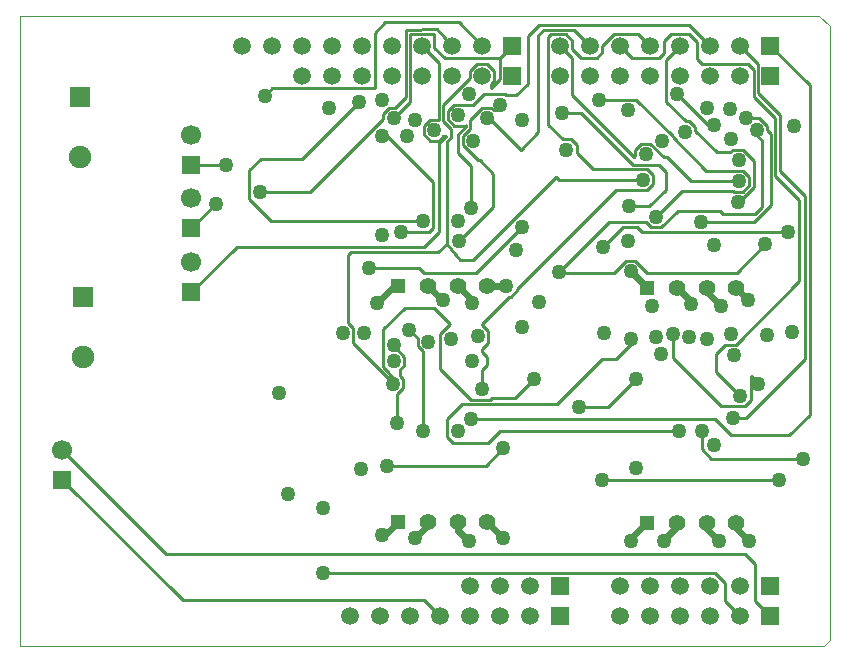
<source format=gbl>
G04 Layer_Physical_Order=4*
G04 Layer_Color=16711680*
%FSLAX44Y44*%
%MOMM*%
G71*
G01*
G75*
%ADD19C,0.2540*%
%ADD20C,0.6096*%
%ADD21C,0.0127*%
%ADD22C,0.0254*%
%ADD23C,1.4000*%
%ADD24R,1.2000X1.2000*%
%ADD25C,1.9000*%
%ADD26R,1.8000X1.8000*%
%ADD27R,1.5000X1.5000*%
%ADD28C,1.5000*%
%ADD29R,1.6000X1.6000*%
%ADD30C,1.7000*%
%ADD31C,1.2700*%
D19*
X1329436Y881888D02*
X1340484D01*
X1347470Y874902D01*
Y871143D02*
X1350430Y868183D01*
X1347470Y871143D02*
Y874902D01*
X1338580Y866902D02*
Y871220D01*
Y866902D02*
X1343159Y862323D01*
X1267460Y865012D02*
X1295542Y836930D01*
X1262290Y848460D02*
X1282710Y828040D01*
X1332230Y824358D02*
Y831722D01*
X1327022Y836930D02*
X1332230Y831722D01*
X1295542Y836930D02*
X1327022D01*
X1323521Y810260D02*
X1336460Y823199D01*
Y845273D01*
X1323112Y810260D02*
X1323521D01*
X1318388Y854710D02*
X1327022D01*
X1336460Y845273D01*
X1275535Y820039D02*
X1318769D01*
X1319658Y819150D01*
X1327022D01*
X1332230Y824358D01*
X1282710Y828040D02*
X1323340D01*
X1316102Y852424D02*
X1318388Y854710D01*
X1304798Y852424D02*
X1316102D01*
X1337310Y800608D02*
X1343159Y806457D01*
X1310132Y800608D02*
X1337310D01*
X1307592Y803148D02*
X1310132Y800608D01*
X1271778Y803148D02*
X1307592D01*
X1336283Y793750D02*
X1350430Y807897D01*
X1291590Y793750D02*
X1336283D01*
X1241372Y784860D02*
X1364742D01*
X1321460Y750316D02*
X1345590Y774446D01*
X1286510Y870712D02*
X1304798Y852424D01*
X1296924Y875792D02*
X1302740D01*
X1350430Y807897D02*
Y868183D01*
X1354240Y832192D02*
Y881468D01*
X1358050Y836764D02*
Y884262D01*
X1343159Y806457D02*
Y862323D01*
X1354240Y832192D02*
X1374140Y812292D01*
X1336040Y899668D02*
X1354240Y881468D01*
X1339850Y902462D02*
X1358050Y884262D01*
X1383284Y629920D02*
Y909066D01*
X1358050Y836764D02*
X1379474Y815340D01*
X1366080Y612716D02*
X1383284Y629920D01*
X1350010Y942340D02*
X1383284Y909066D01*
X1271016Y901700D02*
X1296924Y875792D01*
X1262126Y895096D02*
X1278382Y878840D01*
X1262126Y895096D02*
Y930656D01*
X1278382Y878840D02*
X1281302D01*
X1085850Y852170D02*
X1096772Y841248D01*
X1089660Y866012D02*
X1096010Y872362D01*
Y879982D01*
X1089660Y858648D02*
X1102488Y845820D01*
X1089660Y858648D02*
Y866012D01*
X1085850Y852170D02*
Y867590D01*
X1092200Y873941D02*
Y875158D01*
X1085850Y867590D02*
X1092200Y873941D01*
X1104138Y845820D02*
X1115568Y834390D01*
X1102488Y845820D02*
X1104138D01*
X1096772Y805180D02*
Y841248D01*
X1109980Y878332D02*
X1112520Y880872D01*
X1109980Y878332D02*
Y881380D01*
X1082168Y875030D02*
X1092072D01*
X1092200Y875158D01*
X1082168Y892810D02*
X1098422D01*
X1076960Y887602D02*
X1082168Y892810D01*
X1076960Y880238D02*
Y887602D01*
X1073150Y878660D02*
Y892682D01*
X1069220Y880102D02*
Y928490D01*
X1069212Y880110D02*
X1069220Y880102D01*
X1061848Y880110D02*
X1069212D01*
X1073150Y878660D02*
X1079500Y872309D01*
Y864689D02*
Y872309D01*
X1076452Y861641D02*
X1079500Y864689D01*
X1069212Y862330D02*
X1073150Y866268D01*
X1075690D01*
X1069220Y859798D02*
X1075690Y866268D01*
X1076960Y880238D02*
X1082168Y875030D01*
X1096010Y879982D02*
X1106298Y890270D01*
X1056640Y874902D02*
X1061848Y880110D01*
X1041520Y899654D02*
Y956190D01*
X1032136Y890270D02*
X1041520Y899654D01*
X1027558Y890270D02*
X1032136D01*
X1022350Y885062D02*
X1027558Y890270D01*
X1015238Y907288D02*
Y953516D01*
X1014730Y906780D02*
X1015238Y907288D01*
X928370Y906780D02*
X1014730D01*
X1031240Y881380D02*
X1045330Y895470D01*
X1022350Y880484D02*
Y885062D01*
X960508Y818642D02*
X1022350Y880484D01*
X1115948Y887984D02*
X1121410D01*
X1113662Y890270D02*
X1115948Y887984D01*
X1106298Y890270D02*
X1113662D01*
X1073150Y892682D02*
X1096130Y915662D01*
Y921099D01*
X1113790Y910361D02*
X1116210Y912781D01*
X1113790Y906780D02*
Y910361D01*
X1098422Y892810D02*
X1107312Y901700D01*
X1125092D01*
X1096130Y921099D02*
X1102011Y926980D01*
X1110329D01*
X1116210Y921099D01*
Y912781D02*
Y921099D01*
X1061848Y862330D02*
X1069212D01*
X1056640Y867538D02*
X1061848Y862330D01*
X1056640Y867538D02*
Y874902D01*
X1112520Y880872D02*
X1138682Y854710D01*
X1121410Y887984D02*
Y892810D01*
X1126108Y900684D02*
X1135126D01*
X1125092Y901700D02*
X1126108Y900684D01*
X1153668Y869696D02*
Y951498D01*
X1069220Y785248D02*
Y859798D01*
X1115568Y806376D02*
Y834390D01*
X1113790Y906780D02*
X1121410Y914400D01*
X1076452Y775208D02*
Y861641D01*
X1021080Y866140D02*
X1025398D01*
X1064514Y827024D01*
X1045330Y895470D02*
Y952246D01*
X953516Y846582D02*
X1001776Y894842D01*
X1074420Y932180D02*
X1121410D01*
X1098296Y761238D02*
X1168600Y831542D01*
X1138682Y854710D02*
X1153668Y869696D01*
X1135126Y900684D02*
X1144778Y910336D01*
X1186180Y851620D02*
X1199600Y838200D01*
X1186180Y851620D02*
Y858392D01*
X1180972Y863600D02*
X1186180Y858392D01*
X1174200Y863600D02*
X1180972D01*
X1162170Y875630D02*
X1174200Y863600D01*
X1189990Y885952D02*
X1233932Y842010D01*
X1248538Y859790D02*
X1259868Y848460D01*
X1235710Y849458D02*
Y854582D01*
X1234612Y848360D02*
X1235710Y849458D01*
X1240918Y859790D02*
X1248538D01*
X1259868Y848460D02*
X1262290D01*
X1235710Y854582D02*
X1240918Y859790D01*
X1233932Y842010D02*
X1255776D01*
X1261618Y836168D01*
X1199600Y838200D02*
X1245742D01*
X1250950Y825628D02*
Y832992D01*
X1245742Y838200D02*
X1250950Y832992D01*
X1245742Y820420D02*
X1250950Y825628D01*
X1219288Y820671D02*
X1238127D01*
X1238378Y820420D01*
X1245742D01*
X1170832Y829310D02*
X1242060D01*
X1168600Y831542D02*
X1170832Y829310D01*
X996950Y691040D02*
X1030450Y657540D01*
X1033780Y647441D02*
X1039340Y653001D01*
X1033780Y623570D02*
Y647441D01*
X1036320Y663385D02*
Y668148D01*
Y663385D02*
X1039340Y660366D01*
Y653001D02*
Y660366D01*
X1030450Y656683D02*
Y657540D01*
Y656683D02*
Y661601D01*
X1027000Y665050D02*
X1030450Y661601D01*
X1040130Y671958D02*
Y679322D01*
X1036320Y668148D02*
X1040130Y671958D01*
X1031240Y688212D02*
Y689610D01*
X1044194Y702310D02*
X1051560Y694944D01*
X1031240Y688212D02*
X1040130Y679322D01*
X1022350Y670560D02*
Y702818D01*
Y670560D02*
X1027430Y665480D01*
X992886Y707516D02*
X996950Y703452D01*
Y691040D02*
Y703452D01*
X1022350Y702818D02*
X1040384Y720852D01*
X1051560Y688468D02*
X1055624Y684404D01*
X1051560Y688468D02*
Y694944D01*
X1070610Y669290D02*
Y698372D01*
X1027000Y665050D02*
X1027430Y665480D01*
X992886Y707516D02*
Y765810D01*
X1105916Y706246D02*
X1111250Y700912D01*
Y691134D02*
Y700912D01*
X1105916Y685800D02*
X1111250Y691134D01*
X1105916Y707299D02*
X1128867Y730250D01*
X1105916Y706246D02*
Y707299D01*
Y683386D02*
Y685800D01*
Y683386D02*
X1109980Y679322D01*
Y671958D02*
Y679322D01*
X1070610Y698372D02*
X1078992Y706754D01*
X1055624Y616458D02*
Y684404D01*
X1070610Y669290D02*
X1097026Y642874D01*
X1078992Y706754D02*
Y707136D01*
X1065276Y720852D02*
X1078992Y707136D01*
X1105916Y651764D02*
Y667894D01*
X1097026Y642874D02*
X1113028D01*
X1088898Y639064D02*
X1169162D01*
X1040384Y720852D02*
X1065276D01*
X1105916Y667894D02*
X1109980Y671958D01*
X1114806Y644652D02*
X1133602D01*
X1113028Y642874D02*
X1114806Y644652D01*
X1096772Y626618D02*
X1303206D01*
X1081024Y606552D02*
X1110742D01*
X1120902Y616712D01*
X1272740D01*
X1108964Y586994D02*
X1123950Y601980D01*
X1076452Y626618D02*
X1088898Y639064D01*
X1076452Y611124D02*
Y626618D01*
Y611124D02*
X1081024Y606552D01*
X1374140Y743078D02*
Y812292D01*
X1333500Y663448D02*
X1340046Y656902D01*
X1304290Y681862D02*
X1312038Y689610D01*
X1320672D01*
X1374140Y743078D01*
X1340046Y656217D02*
Y656902D01*
X1304290Y666496D02*
X1324356Y646430D01*
X1318260Y627380D02*
X1329046D01*
X1303206Y626618D02*
X1317109Y612716D01*
X1308100Y637540D02*
X1328292D01*
X1324356Y646430D02*
X1324610D01*
X1328292Y637540D02*
X1333500Y642748D01*
Y663448D01*
X1317109Y612716D02*
X1366080D01*
X1291844Y601472D02*
X1300226Y593090D01*
X1291844Y601472D02*
Y616458D01*
X1329046Y627380D02*
X1379474Y677808D01*
X1267460Y678180D02*
Y698500D01*
Y678180D02*
X1308100Y637540D01*
X1212850Y636778D02*
X1236218Y660146D01*
X1304290Y666496D02*
Y681862D01*
X1231900Y690118D02*
Y694690D01*
X1133602Y644652D02*
X1149858Y660908D01*
X1169162Y639064D02*
X1207516Y677418D01*
X1188466Y636778D02*
X1212850D01*
X1286510Y870712D02*
Y873632D01*
X1281302Y878840D02*
X1286510Y873632D01*
X1237054Y789178D02*
X1241372Y784860D01*
X1364742D02*
X1365250Y785368D01*
X1205230Y896921D02*
X1236551D01*
X1267460Y866012D01*
Y865012D02*
Y866012D01*
X1182310Y900662D02*
X1234612Y848360D01*
X1235582Y760730D02*
X1245996Y750316D01*
X1228218Y760730D02*
X1235582D01*
X1217804Y750316D02*
X1228218Y760730D01*
X1230122Y806958D02*
X1247648D01*
X1253564Y798068D02*
X1275535Y820039D01*
X1249426Y789178D02*
X1257808D01*
X1244854Y793750D02*
X1249426Y789178D01*
X1213358Y793750D02*
X1244854D01*
X1225550Y789178D02*
X1237054D01*
X1208659Y772287D02*
X1225550Y789178D01*
X1257808D02*
X1271778Y803148D01*
X1170686Y750316D02*
X1217804D01*
X1170940Y751332D02*
X1213358Y793750D01*
X1135380Y736763D02*
X1219288Y820671D01*
X1247648Y806958D02*
X1261618Y820928D01*
X1245996Y750316D02*
X1321460D01*
X1086395Y777203D02*
X1115568Y806376D01*
X1064514Y788416D02*
Y827024D01*
X1061466Y785368D02*
X1064514Y788416D01*
X927608Y794258D02*
X1055624D01*
X1069086Y767842D02*
X1076452Y775208D01*
X1064640Y767842D02*
X1069086D01*
X1064132Y768350D02*
X1064640Y767842D01*
X995426Y768350D02*
X1064132D01*
X1056640Y772668D02*
X1069220Y785248D01*
X898398Y772668D02*
X1056640D01*
X1100582Y750570D02*
X1139571Y789559D01*
X1173480Y885952D02*
X1189990D01*
X1135380Y735458D02*
Y736763D01*
X1130172Y730250D02*
X1135380Y735458D01*
X1128867Y730250D02*
X1130172D01*
X1056768Y750570D02*
X1100582D01*
X1052450Y754888D02*
X1056768Y750570D01*
X1055370Y942340D02*
X1069220Y928490D01*
X992886Y765810D02*
X995426Y768350D01*
X1009904Y754888D02*
X1052450D01*
X971111Y496570D02*
X1303020D01*
X1311910Y487680D01*
Y472440D02*
Y487680D01*
Y472440D02*
X1324610Y459740D01*
X859790Y842010D02*
X889374D01*
X1337056Y472694D02*
X1350010Y459740D01*
X1337056Y472694D02*
Y503936D01*
X1328420Y512572D02*
X1337056Y503936D01*
X838708Y512572D02*
X1328420D01*
X750570Y600710D02*
X838708Y512572D01*
X859790Y788035D02*
X880745Y808990D01*
X1281550Y960000D02*
X1299210Y942340D01*
X1153802Y960000D02*
X1281550D01*
X1144778Y950976D02*
X1153802Y960000D01*
X1144778Y910336D02*
Y950976D01*
X750570Y575310D02*
X852424Y473456D01*
X1056894D01*
X1070610Y459740D01*
X1300226Y593090D02*
X1377442D01*
X1207740Y574802D02*
X1357510D01*
X1025652Y586994D02*
X1108964D01*
X1238250Y952500D02*
X1248410Y942340D01*
X1217422Y952500D02*
X1238250D01*
X1207770Y942848D02*
X1217422Y952500D01*
X1207770Y937006D02*
Y942848D01*
X1202944Y932180D02*
X1207770Y937006D01*
X1189990Y932180D02*
X1202944D01*
X1182250Y939920D02*
X1189990Y932180D01*
X1182250Y939920D02*
Y946912D01*
X1176782Y952380D02*
X1182250Y946912D01*
X1164336Y952380D02*
X1176782D01*
X1162170Y950214D02*
X1164336Y952380D01*
X1162170Y875630D02*
Y950214D01*
X1172210Y942340D02*
X1182310Y932240D01*
Y900662D02*
Y932240D01*
X1045330Y952246D02*
X1045584Y952500D01*
X1065276D01*
X1065530Y952246D01*
Y941070D02*
Y952246D01*
Y941070D02*
X1074420Y932180D01*
X1121410D02*
X1131570Y942340D01*
X859790Y734060D02*
X898398Y772668D01*
X1262126Y930656D02*
X1273810Y942340D01*
X1261618Y820928D02*
Y836168D01*
X1223010Y942340D02*
X1233170Y932180D01*
X1255776D01*
X1260348Y936752D01*
Y946912D01*
X1265936Y952500D01*
X1281176D01*
X1288034Y945642D01*
Y931418D02*
Y945642D01*
Y931418D02*
X1292352Y927100D01*
X1331468D01*
X1336040Y922528D01*
Y899668D02*
Y922528D01*
X1087374Y761238D02*
X1098296D01*
X1076452Y775208D02*
X1087374Y761238D01*
X1121410Y914400D02*
Y932180D01*
X1207516Y677418D02*
X1219200D01*
X1231900Y690118D01*
X909066Y812800D02*
X927608Y794258D01*
X909066Y812800D02*
Y837184D01*
X918464Y846582D01*
X953516D01*
X1037336Y785368D02*
X1061466D01*
X922140Y900550D02*
X928370Y906780D01*
X1015238Y953516D02*
X1024128Y962406D01*
X1086104D01*
X1106170Y942340D01*
X1067794Y957072D02*
X1080770Y942340D01*
X1041520Y956190D02*
X1067794Y957072D01*
X917956Y818642D02*
X960508D01*
X1324610Y942340D02*
X1339850Y927100D01*
Y902462D02*
Y927100D01*
X1379474Y677808D02*
Y815340D01*
X1183760Y956190D02*
X1197610Y942340D01*
X1158360Y956190D02*
X1183760D01*
X1153668Y951498D02*
X1158360Y956190D01*
D20*
X1097280Y725170D02*
Y727710D01*
X1085850Y739140D02*
X1097280Y727710D01*
X1320800Y534670D02*
X1332230Y523240D01*
X1320800Y534670D02*
Y538480D01*
X1296670Y533400D02*
X1306830Y523240D01*
X1296670Y533400D02*
Y538480D01*
X1259840Y523240D02*
Y524510D01*
X1271270Y535940D01*
Y538480D01*
X1231900Y523240D02*
Y525780D01*
X1244600Y538480D01*
X1245870D01*
X1109980Y539750D02*
X1123950Y525780D01*
X1085850Y532130D02*
X1094740Y523240D01*
X1085850Y532130D02*
Y539750D01*
X1049020Y525780D02*
X1060450Y537210D01*
Y539750D01*
X1021080Y528320D02*
X1023620D01*
X1035050Y539750D01*
X1320800Y737870D02*
X1330960Y727710D01*
X1296670Y734060D02*
X1308100Y722630D01*
X1296670Y734060D02*
Y737870D01*
X1282700Y723900D02*
Y726440D01*
X1271270Y737870D02*
X1282700Y726440D01*
X1231900Y751840D02*
X1245870Y737870D01*
X1017270Y725170D02*
X1031240Y739140D01*
X1035050D01*
X1109980D02*
X1126490D01*
X1060450D02*
X1071880Y727710D01*
X1073150D01*
D21*
X1400810Y485204D02*
Y812863D01*
X715073Y434403D02*
X1375774D01*
X715073Y968188D02*
X1375774D01*
X715073Y434403D02*
Y968188D01*
D22*
X1375774D02*
X1391472D01*
X1400810Y808990D02*
Y958613D01*
X1400573D02*
Y959087D01*
X1391472Y968188D02*
X1400573Y959087D01*
X1375774Y434403D02*
X1395793D01*
X1400573Y439183D01*
Y485204D01*
D23*
X1296670Y538480D02*
D03*
X1271270D02*
D03*
X1320800D02*
D03*
X1085850Y539750D02*
D03*
X1060450D02*
D03*
X1109980D02*
D03*
X1296670Y737870D02*
D03*
X1271270D02*
D03*
X1320800D02*
D03*
X1085850Y739140D02*
D03*
X1060450D02*
D03*
X1109980D02*
D03*
D24*
X1245870Y538480D02*
D03*
X1035050Y539750D02*
D03*
X1245870Y737870D02*
D03*
X1035050Y739140D02*
D03*
D25*
X765810Y848360D02*
D03*
X768350Y679450D02*
D03*
D26*
X765810Y899160D02*
D03*
X768350Y730250D02*
D03*
D27*
X1131570Y942340D02*
D03*
X1350010D02*
D03*
Y916940D02*
D03*
Y459740D02*
D03*
X1172210D02*
D03*
X1131570Y916940D02*
D03*
X1350010Y485140D02*
D03*
X1172210D02*
D03*
D28*
X1106170Y942340D02*
D03*
X1055370D02*
D03*
X1029970D02*
D03*
X1004570D02*
D03*
X979170D02*
D03*
X953770D02*
D03*
X928370D02*
D03*
X902970D02*
D03*
X1080770D02*
D03*
X1172210D02*
D03*
X1197610D02*
D03*
X1223010D02*
D03*
X1248410D02*
D03*
X1273810D02*
D03*
X1299210D02*
D03*
X1324610D02*
D03*
X1172210Y916940D02*
D03*
X1197610D02*
D03*
X1223010D02*
D03*
X1248410D02*
D03*
X1273810D02*
D03*
X1299210D02*
D03*
X1324610D02*
D03*
X1223010Y459740D02*
D03*
X1248410D02*
D03*
X1273810D02*
D03*
X1299210D02*
D03*
X1324610D02*
D03*
X994410D02*
D03*
X1019810D02*
D03*
X1045210D02*
D03*
X1070610D02*
D03*
X1096010D02*
D03*
X1121410D02*
D03*
X1146810D02*
D03*
X953770Y916940D02*
D03*
X979170D02*
D03*
X1004570D02*
D03*
X1029970D02*
D03*
X1055370D02*
D03*
X1080770D02*
D03*
X1106170D02*
D03*
X1223010Y485140D02*
D03*
X1248410D02*
D03*
X1273810D02*
D03*
X1299210D02*
D03*
X1324610D02*
D03*
X1146810D02*
D03*
X1121410D02*
D03*
X1096010D02*
D03*
D29*
X750570Y575310D02*
D03*
X859790Y842010D02*
D03*
Y788035D02*
D03*
Y734060D02*
D03*
D30*
X750570Y600710D02*
D03*
X859790Y867410D02*
D03*
Y813435D02*
D03*
Y759460D02*
D03*
D31*
X1005840Y699770D02*
D03*
X1003300Y584200D02*
D03*
X1315720Y889000D02*
D03*
X1338580Y871220D02*
D03*
X1323340Y828040D02*
D03*
Y845820D02*
D03*
X1316990Y863600D02*
D03*
X1345590Y774446D02*
D03*
X1323112Y810260D02*
D03*
X1302740Y875792D02*
D03*
X1329436Y881888D02*
D03*
X1370482Y874879D02*
D03*
X1296670Y890270D02*
D03*
X1277620Y869950D02*
D03*
X1291590Y793750D02*
D03*
X1271016Y901700D02*
D03*
X1302740Y773910D02*
D03*
X1098550Y862330D02*
D03*
X1085850Y883920D02*
D03*
X1049020Y880110D02*
D03*
X1031240Y881380D02*
D03*
X1109980D02*
D03*
X1094740Y901700D02*
D03*
X1065530Y871220D02*
D03*
X1121410Y892810D02*
D03*
X1021080Y896620D02*
D03*
X1139818Y880030D02*
D03*
X1096772Y805180D02*
D03*
X1042670Y866140D02*
D03*
X1021080D02*
D03*
X1001776Y894842D02*
D03*
X976630Y890270D02*
D03*
X1085570Y794230D02*
D03*
X1177290Y854710D02*
D03*
X1242060Y829310D02*
D03*
X1244600Y850900D02*
D03*
X1030450Y656683D02*
D03*
X1031240Y675640D02*
D03*
Y689610D02*
D03*
X1044194Y702310D02*
D03*
X988060Y699770D02*
D03*
X1060450Y692150D02*
D03*
X1079500Y694690D02*
D03*
X1097280Y725170D02*
D03*
X1102360Y697230D02*
D03*
X1097280Y675640D02*
D03*
X1105916Y651764D02*
D03*
X1096772Y626618D02*
D03*
X1123950Y601980D02*
D03*
X1055624Y616458D02*
D03*
X1139952Y704213D02*
D03*
X1316990Y698500D02*
D03*
X1340046Y656217D02*
D03*
X1347216Y697785D02*
D03*
X1318260Y627380D02*
D03*
X1302740Y604357D02*
D03*
X1324610Y646430D02*
D03*
X1296670Y694690D02*
D03*
X1281430Y695960D02*
D03*
X1291844Y616458D02*
D03*
X1272740Y616712D02*
D03*
X1319530Y680720D02*
D03*
X1249680Y722630D02*
D03*
X1257300Y681990D02*
D03*
X1267460Y698500D02*
D03*
X1253490Y695960D02*
D03*
X1236218Y660146D02*
D03*
X1209040Y699770D02*
D03*
X1332230Y523240D02*
D03*
X1306830D02*
D03*
X1259840D02*
D03*
X1231900Y694690D02*
D03*
Y523240D02*
D03*
X1085570Y616549D02*
D03*
X1123950Y525780D02*
D03*
X1188466Y636778D02*
D03*
X1094740Y523240D02*
D03*
X1033780Y623570D02*
D03*
X1049020Y525780D02*
D03*
X1021080Y528320D02*
D03*
X1330960Y727710D02*
D03*
X1308100Y722630D02*
D03*
X1282700Y723900D02*
D03*
X1258570Y862330D02*
D03*
X1231900Y751840D02*
D03*
X1230122Y806958D02*
D03*
X1253564Y798068D02*
D03*
X1229502Y888031D02*
D03*
Y777447D02*
D03*
X1208659Y772287D02*
D03*
X1055624Y794258D02*
D03*
X1086395Y777203D02*
D03*
X1134364Y770128D02*
D03*
X1173480Y885952D02*
D03*
X1126490Y739140D02*
D03*
X1073150Y727710D02*
D03*
X1017270Y725170D02*
D03*
X934211Y648970D02*
D03*
X971111Y496570D02*
D03*
X889374Y842010D02*
D03*
X880745Y808990D02*
D03*
X1149858Y660908D02*
D03*
X971111Y551434D02*
D03*
X941832Y562817D02*
D03*
X1377442Y593090D02*
D03*
X1207740Y574802D02*
D03*
X1357510D02*
D03*
X1368552Y700278D02*
D03*
X1025652Y586994D02*
D03*
X1020968Y782527D02*
D03*
X1170940Y751332D02*
D03*
X1236076Y585169D02*
D03*
X1154176Y725424D02*
D03*
X1037336Y785368D02*
D03*
X1139571Y789559D02*
D03*
X1009904Y754888D02*
D03*
X1205230Y896921D02*
D03*
X1365250Y785368D02*
D03*
X922140Y900550D02*
D03*
X917956Y818642D02*
D03*
M02*

</source>
